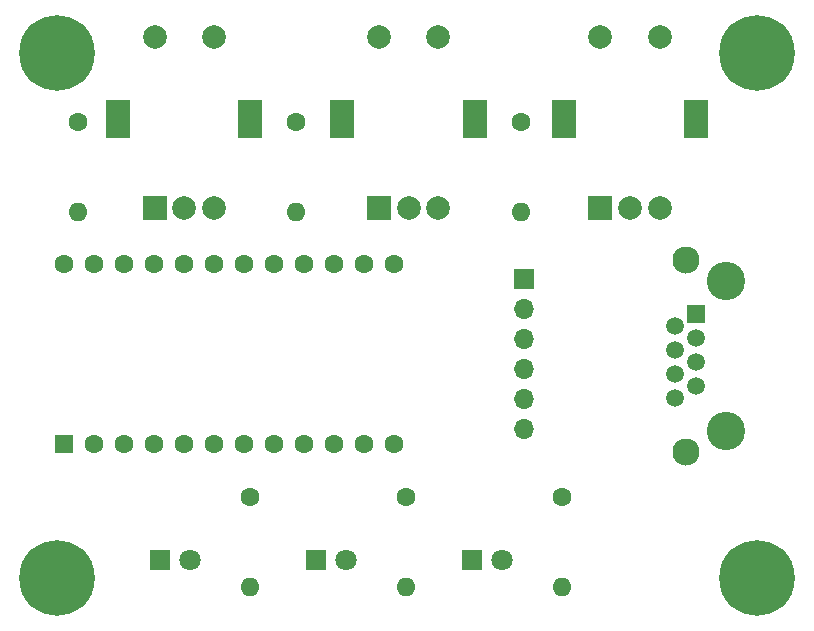
<source format=gbr>
%TF.GenerationSoftware,KiCad,Pcbnew,5.1.8-5.1.8*%
%TF.CreationDate,2021-05-07T16:54:23+02:00*%
%TF.ProjectId,modelMterminalAdapter,6d6f6465-6c4d-4746-9572-6d696e616c41,rev?*%
%TF.SameCoordinates,Original*%
%TF.FileFunction,Soldermask,Bot*%
%TF.FilePolarity,Negative*%
%FSLAX46Y46*%
G04 Gerber Fmt 4.6, Leading zero omitted, Abs format (unit mm)*
G04 Created by KiCad (PCBNEW 5.1.8-5.1.8) date 2021-05-07 16:54:23*
%MOMM*%
%LPD*%
G01*
G04 APERTURE LIST*
%ADD10C,2.300000*%
%ADD11C,3.250000*%
%ADD12C,1.500000*%
%ADD13R,1.500000X1.500000*%
%ADD14O,1.700000X1.700000*%
%ADD15R,1.700000X1.700000*%
%ADD16O,1.600000X1.600000*%
%ADD17C,1.600000*%
%ADD18R,2.000000X2.000000*%
%ADD19C,2.000000*%
%ADD20R,2.000000X3.200000*%
%ADD21C,6.400000*%
%ADD22C,0.800000*%
%ADD23R,1.600000X1.600000*%
%ADD24C,1.800000*%
%ADD25R,1.800000X1.800000*%
G04 APERTURE END LIST*
D10*
%TO.C,J1*%
X112710000Y-74430000D03*
X112710000Y-90690000D03*
D11*
X116140000Y-88910000D03*
X116140000Y-76210000D03*
D12*
X111820000Y-86112000D03*
X111820000Y-84080000D03*
X111820000Y-82048000D03*
X111820000Y-80016000D03*
X113600000Y-85096000D03*
X113600000Y-83064000D03*
X113600000Y-81032000D03*
D13*
X113600000Y-79000000D03*
%TD*%
D14*
%TO.C,J2*%
X99000000Y-88700000D03*
X99000000Y-86160000D03*
X99000000Y-83620000D03*
X99000000Y-81080000D03*
X99000000Y-78540000D03*
D15*
X99000000Y-76000000D03*
%TD*%
D16*
%TO.C,R4*%
X98750000Y-70370000D03*
D17*
X98750000Y-62750000D03*
%TD*%
D18*
%TO.C,SW3*%
X105500000Y-70000000D03*
D19*
X108000000Y-70000000D03*
X110500000Y-70000000D03*
D20*
X102400000Y-62500000D03*
X113600000Y-62500000D03*
D19*
X105500000Y-55500000D03*
X110500000Y-55500000D03*
%TD*%
D21*
%TO.C,REF\u002A\u002A*%
X59500000Y-101350000D03*
D22*
X61900000Y-101350000D03*
X61197056Y-103047056D03*
X59500000Y-103750000D03*
X57802944Y-103047056D03*
X57100000Y-101350000D03*
X57802944Y-99652944D03*
X59500000Y-98950000D03*
X61197056Y-99652944D03*
%TD*%
D21*
%TO.C,REF\u002A\u002A*%
X59500000Y-56850000D03*
D22*
X61900000Y-56850000D03*
X61197056Y-58547056D03*
X59500000Y-59250000D03*
X57802944Y-58547056D03*
X57100000Y-56850000D03*
X57802944Y-55152944D03*
X59500000Y-54450000D03*
X61197056Y-55152944D03*
%TD*%
D21*
%TO.C,REF\u002A\u002A*%
X118750000Y-101350000D03*
D22*
X121150000Y-101350000D03*
X120447056Y-103047056D03*
X118750000Y-103750000D03*
X117052944Y-103047056D03*
X116350000Y-101350000D03*
X117052944Y-99652944D03*
X118750000Y-98950000D03*
X120447056Y-99652944D03*
%TD*%
%TO.C,REF\u002A\u002A*%
X120447056Y-55152944D03*
X118750000Y-54450000D03*
X117052944Y-55152944D03*
X116350000Y-56850000D03*
X117052944Y-58547056D03*
X118750000Y-59250000D03*
X120447056Y-58547056D03*
X121150000Y-56850000D03*
D21*
X118750000Y-56850000D03*
%TD*%
D16*
%TO.C,R6*%
X79750000Y-70370000D03*
D17*
X79750000Y-62750000D03*
%TD*%
D16*
%TO.C,R5*%
X61250000Y-70370000D03*
D17*
X61250000Y-62750000D03*
%TD*%
D16*
%TO.C,R3*%
X102258000Y-102108000D03*
D17*
X102258000Y-94488000D03*
%TD*%
D16*
%TO.C,R2*%
X89050000Y-102108000D03*
D17*
X89050000Y-94488000D03*
%TD*%
D16*
%TO.C,R1*%
X75842000Y-102108000D03*
D17*
X75842000Y-94488000D03*
%TD*%
%TO.C,U1*%
X60042000Y-74778000D03*
X62582000Y-74778000D03*
X65122000Y-74778000D03*
X67662000Y-74778000D03*
X70202000Y-74778000D03*
X72742000Y-74778000D03*
X75282000Y-74778000D03*
X77822000Y-74778000D03*
X80362000Y-74778000D03*
X82902000Y-74778000D03*
X85442000Y-74778000D03*
X87982000Y-74778000D03*
X87982000Y-90018000D03*
X85442000Y-90018000D03*
X82902000Y-90018000D03*
X80362000Y-90018000D03*
X77822000Y-90018000D03*
X75282000Y-90018000D03*
X72742000Y-90018000D03*
X70202000Y-90018000D03*
X67662000Y-90018000D03*
X65122000Y-90018000D03*
X62582000Y-90018000D03*
D23*
X60042000Y-90018000D03*
%TD*%
D18*
%TO.C,SW2*%
X86750000Y-70000000D03*
D19*
X89250000Y-70000000D03*
X91750000Y-70000000D03*
D20*
X83650000Y-62500000D03*
X94850000Y-62500000D03*
D19*
X86750000Y-55500000D03*
X91750000Y-55500000D03*
%TD*%
D18*
%TO.C,SW1*%
X67750000Y-70000000D03*
D19*
X70250000Y-70000000D03*
X72750000Y-70000000D03*
D20*
X64650000Y-62500000D03*
X75850000Y-62500000D03*
D19*
X67750000Y-55500000D03*
X72750000Y-55500000D03*
%TD*%
D24*
%TO.C,D3*%
X97178000Y-99822000D03*
D25*
X94638000Y-99822000D03*
%TD*%
D24*
%TO.C,D2*%
X83970000Y-99822000D03*
D25*
X81430000Y-99822000D03*
%TD*%
D24*
%TO.C,D1*%
X70762000Y-99822000D03*
D25*
X68222000Y-99822000D03*
%TD*%
M02*

</source>
